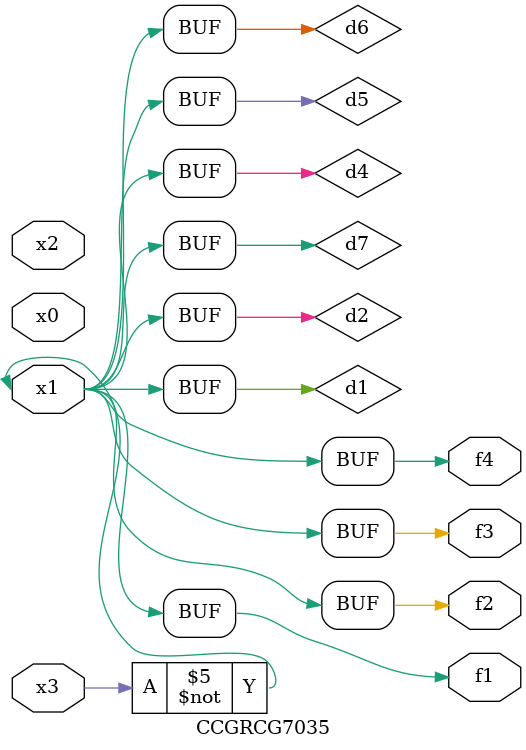
<source format=v>
module CCGRCG7035(
	input x0, x1, x2, x3,
	output f1, f2, f3, f4
);

	wire d1, d2, d3, d4, d5, d6, d7;

	not (d1, x3);
	buf (d2, x1);
	xnor (d3, d1, d2);
	nor (d4, d1);
	buf (d5, d1, d2);
	buf (d6, d4, d5);
	nand (d7, d4);
	assign f1 = d6;
	assign f2 = d7;
	assign f3 = d6;
	assign f4 = d6;
endmodule

</source>
